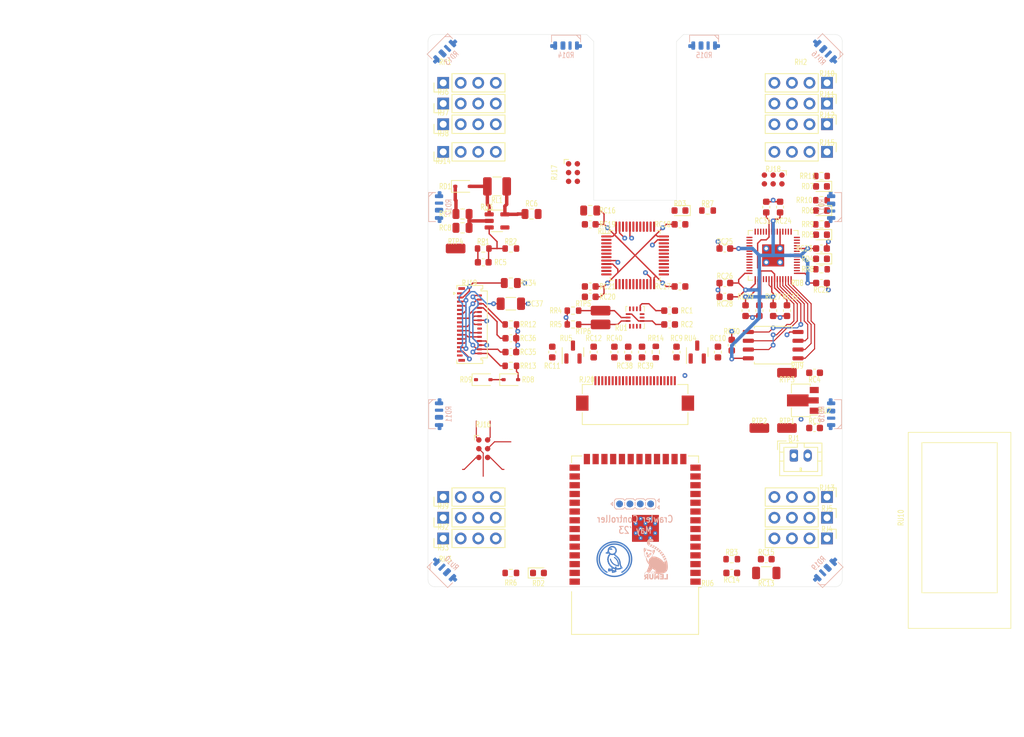
<source format=kicad_pcb>
(kicad_pcb (version 20221018) (generator pcbnew)
  (layers (0 "F.Cu" signal "Front") (31 "B.Cu" signal "Back") (34 "B.Paste" user) (35 "F.Paste" user) (36 "B.SilkS" user "B.Silkscreen") (37 "F.SilkS" user "F.Silkscreen") (38 "B.Mask" user) (39 "F.Mask" user) (44 "Edge.Cuts" user))
  (net 0 "")
  (net 1 "gnd")
  (net 2 "vbatt")
  (net 3 "i2c_chain_0.sda")
  (net 4 "v2v5")
  (net 5 "i2c_chain_0.scl")
  (net 6 "v1v2")
  (net 7 "v14")
  (net 8 "oled.device.vsl")
  (net 9 "oled.device.vp")
  (net 10 "cam.device.reset")
  (net 11 "mcu.program_en_node")
  (net 12 "v3v3")
  (net 13 "led.res.a")
  (net 14 "reg_14v.fb.output")
  (net 15 "oled.vsl_res.b")
  (net 16 "servos[1].fb")
  (net 17 "servos[2].fb")
  (net 18 "servos[3].fb")
  (net 19 "servos[4].fb")
  (net 20 "servos[4].pwm")
  (net 21 "servos[3].pwm")
  (net 22 "cam.dvp8.vsync")
  (net 23 "cam.dvp8.href")
  (net 24 "cam.dvp8.y7")
  (net 25 "cam.dvp8.xclk")
  (net 26 "cam.dvp8.y6")
  (net 27 "cam.dvp8.y5")
  (net 28 "cam.dvp8.pclk")
  (net 29 "cam.dvp8.y4")
  (net 30 "cam.dvp8.y0")
  (net 31 "mcu.program_boot_node")
  (net 32 "cam.dvp8.y3")
  (net 33 "cam.dvp8.y1")
  (net 34 "mcu.program_uart_node.b_tx")
  (net 35 "mcu.program_uart_node.a_tx")
  (net 36 "cam.dvp8.y2")
  (net 37 "servos[1].pwm")
  (net 38 "servos[2].pwm")
  (net 39 "led.signal")
  (net 40 "mcu_servo.reset_node")
  (net 41 "servos[0].pwm")
  (net 42 "imu.int1")
  (net 43 "imu.int2")
  (net 44 "servos[0].fb")
  (net 45 "reg_14v.inductor.b")
  (net 46 "rgbs.led[1].dout")
  (net 47 "rgbs.led[2].dout")
  (net 48 "rgbs.dout")
  (net 49 "rgbs.led[0].dout")
  (net 50 "rgbs.din")
  (net 51 "oled.iref_res.a")
  (net 52 "oled.reset")
  (net 53 "oled.device.vcomh")
  (net 54 "mcu_test.ic.qspi_cs")
  (net 55 "mcu_test.ic.qspi.miso")
  (net 56 "mcu_test.ic.qspi_sd2")
  (net 57 "mcu_test.ic.qspi.mosi")
  (net 58 "mcu_test.ic.qspi.sck")
  (net 59 "mcu_test.ic.qspi_sd3")
  (net 60 "mcu_servo.ic.osc.xtal_in")
  (net 61 "mcu_servo.ic.osc.xtal_out")
  (net 62 "servos[5].fb")
  (net 63 "servos[6].fb")
  (net 64 "servos[7].fb")
  (net 65 "servos[8].fb")
  (net 66 "servos[9].fb")
  (net 67 "servos[10].fb")
  (net 68 "servos[11].fb")
  (net 69 "servos_cam[0].fb")
  (net 70 "servos_cam[1].fb")
  (net 71 "servos[5].pwm")
  (net 72 "servos[6].pwm")
  (net 73 "servos[7].pwm")
  (net 74 "servos[8].pwm")
  (net 75 "servos[9].pwm")
  (net 76 "servos[10].pwm")
  (net 77 "servos[11].pwm")
  (net 78 "servos_cam[0].pwm")
  (net 79 "servos_cam[1].pwm")
  (net 80 "mcu_servo.swd_node.swdio")
  (net 81 "mcu_servo.swd_node.swclk")
  (net 82 "mcu_test.ic.xosc.xtal_in")
  (net 83 "mcu_test.ic.xosc.xtal_out")
  (net 84 "mcu_test.ic.vreg_vout")
  (net 85 "mcu_test.swd_node.swclk")
  (net 86 "mcu_test.swd_node.swdio")
  (net 87 "mcu_test.reset_node")
  (net 88 "oled.vsl_d1.cathode")
  (net 89 "cam.device.pins.1")
  (net 90 "cam.device.pins.2")
  (net 91 "mcu_test.swd.swo")
  (net 92 "mcu_servo.swd.swo")
  (net 93 "rgbs.led[3].dout")
  (net 94 "rgbs.led[4].dout")
  (net 95 "rgbs.led[5].dout")
  (net 96 "rgbs.led[6].dout")
  (net 97 "rgbs.led[7].dout")
  (net 98 "rgbs.led[8].dout")
  (net 99 "test_led.led[1].res.a")
  (net 100 "test_led.led[0].res.a")
  (net 101 "servo_led.res.a")
  (net 102 "test_led.led[3].res.a")
  (net 103 "test_led.led[2].res.a")
  (net 104 "servo_led.signal")
  (net 105 "mcu_test.gpio.led_0")
  (net 106 "mcu_test.gpio.led_1")
  (net 107 "mcu_test.gpio.led_2")
  (net 108 "mcu_test.gpio.led_3")
  (footprint "edg:TestPoint_TE_RCT_0805" (layer "F.Cu") (at 124 61)
    (fp_text reference "RTP4")
    (fp_text value "5015 (Keystone) - v14")
  )
  (footprint "Package_DFN_QFN:QFN-56-1EP_7x7mm_P0.4mm_EP3.2x3.2mm" (layer "F.Cu") (at 170 62 180)
    (fp_text reference "RU8")
    (fp_text value "RP2040 (Raspberry Pi)")
  )
  (footprint "Resistor_SMD:R_0603_1608Metric" (layer "F.Cu") (at 160.5 55.5)
    (fp_text reference "RR7")
    (fp_text value "")
  )
  (footprint "Capacitor_SMD:C_0603_1608Metric" (layer "F.Cu") (at 162 76 90)
    (fp_text reference "RC10")
    (fp_text value "")
  )
  (footprint "Capacitor_SMD:C_0603_1608Metric" (layer "F.Cu") (at 132 74)
    (fp_text reference "RC36")
    (fp_text value "")
  )
  (footprint "Connector_PinHeader_2.54mm:PinHeader_1x04_P2.54mm_Vertical" (layer "F.Cu") (at 122.2 40 90)
    (fp_text reference "RJ7")
    (fp_text value "PinHeader2.54 1x4 (Generic)")
  )
  (footprint "Connector_PinHeader_2.54mm:PinHeader_1x04_P2.54mm_Vertical" (layer "F.Cu") (at 177.8 43 -90)
    (fp_text reference "RJ12")
    (fp_text value "PinHeader2.54 1x4 (Generic)")
  )
  (footprint "Capacitor_SMD:C_0603_1608Metric" (layer "F.Cu") (at 171 55 90)
    (fp_text reference "RC24")
    (fp_text value "")
  )
  (footprint "Package_TO_SOT_SMD:SOT-23-5" (layer "F.Cu") (at 130 57)
    (fp_text reference "RU3")
    (fp_text value "TPS61040DBVR (Texas Instruments)")
  )
  (footprint "Connector_PinHeader_2.54mm:PinHeader_1x04_P2.54mm_Vertical" (layer "F.Cu") (at 177.8 47 -90)
    (fp_text reference "RJ15")
    (fp_text value "PinHeader2.54 1x4 (Generic)")
  )
  (footprint "Capacitor_SMD:C_0603_1608Metric" (layer "F.Cu") (at 169 55 90)
    (fp_text reference "RC31")
    (fp_text value "")
  )
  (footprint "Package_LGA:Bosch_LGA-14_3x2.5mm_P0.5mm" (layer "F.Cu") (at 150 71 90)
    (fp_text reference "RU1")
    (fp_text value "LSM6DS3TR-C (STMicroelectronics)")
  )
  (footprint "Capacitor_SMD:C_0603_1608Metric" (layer "F.Cu") (at 156.5 57.5)
    (fp_text reference "RC18")
    (fp_text value "")
  )
  (footprint "Connector_PinHeader_2.54mm:PinHeader_1x04_P2.54mm_Vertical" (layer "F.Cu") (at 177.8 100 -90)
    (fp_text reference "RJ5")
    (fp_text value "PinHeader2.54 1x4 (Generic)")
  )
  (footprint "Inductor_SMD:L_1210_3225Metric" (layer "F.Cu") (at 130 52 180)
    (fp_text reference "RL1")
    (fp_text value "")
  )
  (footprint "Capacitor_SMD:C_0603_1608Metric" (layer "F.Cu") (at 164 75 90)
    (fp_text reference "RC30")
    (fp_text value "")
  )
  (footprint "Capacitor_SMD:C_0603_1608Metric" (layer "F.Cu") (at 143.5 68 180)
    (fp_text reference "RC20")
    (fp_text value "")
  )
  (footprint "Capacitor_SMD:C_0603_1608Metric" (layer "F.Cu") (at 151 76 90)
    (fp_text reference "RC39")
    (fp_text value "")
  )
  (footprint "Capacitor_SMD:C_0603_1608Metric" (layer "F.Cu") (at 156 76 -90)
    (fp_text reference "RC9")
    (fp_text value "")
  )
  (footprint "Connector_PinHeader_2.54mm:PinHeader_1x04_P2.54mm_Vertical" (layer "F.Cu") (at 122.2 103 90)
    (fp_text reference "RJ3")
    (fp_text value "PinHeader2.54 1x4 (Generic)")
  )
  (footprint "Capacitor_SMD:C_0603_1608Metric" (layer "F.Cu") (at 138 76 -90)
    (fp_text reference "RC11")
    (fp_text value "")
  )
  (footprint "LED_SMD:LED_0603_1608Metric" (layer "F.Cu") (at 136 108)
    (fp_text reference "RD2")
    (fp_text value "")
  )
  (footprint "edg:TestPoint_TE_RCT_0805" (layer "F.Cu") (at 145 70)
    (fp_text reference "RTP5")
    (fp_text value "5015 (Keystone) - i2c_chain_0.scl")
  )
  (footprint "Capacitor_SMD:C_0603_1608Metric" (layer "F.Cu") (at 163 61 180)
    (fp_text reference "RC25")
    (fp_text value "")
  )
  (footprint "Capacitor_SMD:C_0603_1608Metric" (layer "F.Cu") (at 155 72)
    (fp_text reference "RC2")
    (fp_text value "")
  )
  (footprint "Diode_SMD:D_SOD-323" (layer "F.Cu") (at 125 52)
    (fp_text reference "RD1")
    (fp_text value "CUS10S30,H3F (TOSHIBA) - 30V 230mV@100mA 1A SOD-323 Schottky Barrier Diodes (SBD) ROHS")
  )
  (footprint "edg:JlcToolingHole_1.152mm" (layer "F.Cu") (at 176 34)
    (fp_text reference "RH2")
    (fp_text value "")
  )
  (footprint "Resistor_SMD:R_0603_1608Metric" (layer "F.Cu") (at 141 72)
    (fp_text reference "RR5")
    (fp_text value "")
  )
  (footprint "Connector_PinHeader_2.54mm:PinHeader_1x04_P2.54mm_Vertical" (layer "F.Cu") (at 177.8 40 -90)
    (fp_text reference "RJ11")
    (fp_text value "PinHeader2.54 1x4 (Generic)")
  )
  (footprint "LED_SMD:LED_0603_1608Metric" (layer "F.Cu") (at 177 59 180)
    (fp_text reference "RD5")
    (fp_text value "")
  )
  (footprint "Capacitor_SMD:C_0603_1608Metric" (layer "F.Cu") (at 177 66)
    (fp_text reference "RC22")
    (fp_text value "")
  )
  (footprint "Connector_PinHeader_2.54mm:PinHeader_1x04_P2.54mm_Vertical" (layer "F.Cu") (at 122.2 37 90)
    (fp_text reference "RJ6")
    (fp_text value "PinHeader2.54 1x4 (Generic)")
  )
  (footprint "Connector:Tag-Connect_TC2030-IDC-NL_2x03_P1.27mm_Vertical" (layer "F.Cu") (at 170 51 180)
    (fp_text reference "RJ18")
    (fp_text value "")
  )
  (footprint "Capacitor_SMD:C_0603_1608Metric" (layer "F.Cu") (at 163 66 180)
    (fp_text reference "RC26")
    (fp_text value "")
  )
  (footprint "Connector_PinHeader_2.54mm:PinHeader_1x04_P2.54mm_Vertical" (layer "F.Cu") (at 177.8 97 -90)
    (fp_text reference "RJ13")
    (fp_text value "PinHeader2.54 1x4 (Generic)")
  )
  (footprint "edg:TestPoint_TE_RCT_0805" (layer "F.Cu") (at 168 87)
    (fp_text reference "RTP2")
    (fp_text value "5015 (Keystone) - gnd")
  )
  (footprint "Package_QFP:LQFP-48_7x7mm_P0.5mm" (layer "F.Cu") (at 150 62)
    (fp_text reference "RU7")
    (fp_text value "STM32F103xxT6 (STMicroelectronics)")
  )
  (footprint "RF_Module:ESP32-S3-WROOM-1" (layer "F.Cu") (at 150 104 180)
    (fp_text reference "RU6")
    (fp_text value "ESP32-S3-WROOM-1-N16R8 (Espressif Systems)")
  )
  (footprint "Capacitor_SMD:C_0805_2012Metric" (layer "F.Cu") (at 125 56)
    (fp_text reference "RC7")
    (fp_text value "")
  )
  (footprint "edg:JlcToolingHole_1.152mm" (layer "F.Cu") (at 124 106)
    (fp_text reference "RH3")
    (fp_text value "")
  )
  (footprint "edg:JlcToolingHole_1.152mm" (layer "F.Cu") (at 124 34)
    (fp_text reference "RH1")
    (fp_text value "")
  )
  (footprint "Capacitor_SMD:C_0603_1608Metric" (layer "F.Cu") (at 143.5 57.5 180)
    (fp_text reference "RC19")
    (fp_text value "")
  )
  (footprint "Capacitor_SMD:C_0603_1608Metric" (layer "F.Cu") (at 176 87 180)
    (fp_text reference "RC3")
    (fp_text value "")
  )
  (footprint "Package_SO:SOIC-8_5.23x5.23mm_P1.27mm" (layer "F.Cu") (at 170 75 180)
    (fp_text reference "RU9")
    (fp_text value "W25Q128JVSIQ (Winbond Electronics)")
  )
  (footprint "Connector_PinHeader_2.54mm:PinHeader_1x04_P2.54mm_Vertical" (layer "F.Cu") (at 122.2 100 90)
    (fp_text reference "RJ2")
    (fp_text value "PinHeader2.54 1x4 (Generic)")
  )
  (footprint "Capacitor_SMD:C_0603_1608Metric" (layer "F.Cu") (at 147 76 90)
    (fp_text reference "RC40")
    (fp_text value "")
  )
  (footprint "Resistor_SMD:R_0603_1608Metric" (layer "F.Cu") (at 128 61)
    (fp_text reference "RR1")
    (fp_text value "")
  )
  (footprint "Connector_JST:JST_PH_B2B-PH-K_1x02_P2.00mm_Vertical" (layer "F.Cu") (at 173 91)
    (fp_text reference "RJ1")
    (fp_text value "B2B-PH-K (JST)")
  )
  (footprint "edg:Lcd_Er_Oled0.96_1c_Outline" (layer "F.Cu") (at 197 100 90)
    (fp_text reference "RU10")
    (fp_text value "ER-OLED0.96-1C (EastRising)")
  )
  (footprint "Capacitor_SMD:C_0603_1608Metric" (layer "F.Cu") (at 143.5 66.5 180)
    (fp_text reference "RC21")
    (fp_text value "")
  )
  (footprint "Resistor_SMD:R_0603_1608Metric" (layer "F.Cu") (at 177 54 180)
    (fp_text reference "RR10")
    (fp_text value "")
  )
  (footprint "Package_TO_SOT_SMD:SOT-89-3" (layer "F.Cu") (at 174 83 180)
    (fp_text reference "RU2")
    (fp_text value "AP7215-33YG-13 (Diodes Incorporated)")
  )
  (footprint "Capacitor_SMD:C_1206_3216Metric" (layer "F.Cu") (at 132 69)
    (fp_text reference "RC37")
    (fp_text value "")
  )
  (footprint "LED_SMD:LED_0603_1608Metric" (layer "F.Cu") (at 177 55.5 180)
    (fp_text reference "RD6")
    (fp_text value "")
  )
  (footprint "Connector_PinHeader_2.54mm:PinHeader_1x04_P2.54mm_Vertical" (layer "F.Cu") (at 177.8 103 -90)
    (fp_text reference "RJ4")
    (fp_text value "PinHeader2.54 1x4 (Generic)")
  )
  (footprint "Capacitor_SMD:C_0603_1608Metric" (layer "F.Cu") (at 132 76)
    (fp_text reference "RC35")
    (fp_text value "")
  )
  (footprint "Diode_SMD:D_SOD-323" (layer "F.Cu") (at 128 80)
    (fp_text reference "RD9")
    (fp_text value "1N5819WS (Guangdong Hottech) - 40V 600mV@1A 1A SOD-323 Schottky Barrier Diodes (SBD) ROHS")
  )
  (footprint "Capacitor_SMD:C_0603_1608Metric" (layer "F.Cu") (at 144 76 90)
    (fp_text reference "RC12")
    (fp_text value "")
  )
  (footprint "Connector_PinHeader_2.54mm:PinHeader_1x04_P2.54mm_Vertical" (layer "F.Cu") (at 122.2 43 90)
    (fp_text reference "RJ8")
    (fp_text value "PinHeader2.54 1x4 (Generic)")
  )
  (footprint "LED_SMD:LED_0603_1608Metric" (layer "F.Cu") (at 177 62.5 180)
    (fp_text reference "RD4")
    (fp_text value "")
  )
  (footprint "Connector_FFC-FPC:Hirose_FH12-24S-0.5SH_1x24-1MP_P0.50mm_Horizontal" (layer "F.Cu") (at 150 82)
    (fp_text reference "RJ20")
    (fp_text value "AFC01-S24FCA-00 (Jushuo)")
  )
  (footprint "Capacitor_SMD:C_0603_1608Metric" (layer "F.Cu") (at 155 70)
    (fp_text reference "RC1")
    (fp_text value "")
  )
  (footprint "Capacitor_SMD:C_0603_1608Metric" (layer "F.Cu") (at 172 70 -90)
    (fp_text reference "RC32")
    (fp_text value "")
  )
  (footprint "Capacitor_SMD:C_0603_1608Metric" (layer "F.Cu") (at 168 70 -90)
    (fp_text reference "RC33" hide)
    (fp_text value "")
  )
  (footprint "Capacitor_SMD:C_0603_1608Metric" (layer "F.Cu") (at 156.5 66.5)
    (fp_text reference "RC17")
    (fp_text value "")
  )
  (footprint "Capacitor_SMD:C_0603_1608Metric" (layer "F.Cu") (at 169 106)
    (fp_text reference "RC15")
    (fp_text value "")
  )
  (footprint "Resistor_SMD:R_0603_1608Metric" (layer "F.Cu") (at 153 76 -90)
    (fp_text reference "RR14")
    (fp_text value "")
  )
  (footprint "Capacitor_SMD:C_0805_2012Metric" (layer "F.Cu") (at 143.5 55.5 180)
    (fp_text reference "RC16")
    (fp_text value "")
  )
  (footprint "edg:TestPoint_TE_RCT_0805" (layer "F.Cu") (at 145 72)
    (fp_text reference "RTP6")
    (fp_text value "5015 (Keystone) - i2c_tp._io_sda_link")
  )
  (footprint "Package_TO_SOT_SMD:SOT-23" (layer "F.Cu") (at 141 76 90)
    (fp_text reference "RU5")
    (fp_text value "XC6206P122MR-G (Torex Semiconductor Ltd)")
  )
  (footprint "LED_SMD:LED_0603_1608Metric" (layer "F.Cu") (at 177 52 180)
    (fp_text reference "RD7")
    (fp_text value "")
  )
  (footprint "Capacitor_SMD:C_0603_1608Metric" (layer "F.Cu") (at 176 79)
    (fp_text reference "RC4")
    (fp_text value "")
  )
  (footprint "Capacitor_SMD:C_1206_3216Metric" (layer "F.Cu") (at 169 108)
    (fp_text reference "RC13")
    (fp_text value "")
  )
  (footprint "Resistor_SMD:R_0603_1608Metric" (layer "F.Cu") (at 132 61)
    (fp_text reference "RR2")
    (fp_text value "")
  )
  (footprint "edg:Hirose_FH35C-31S-0.3SHW_1x31-1MP_P0.30mm_Horizontal" (layer "F.Cu") (at 126 72)
    (fp_text reference "RJ19")
    (fp_text value "FH35C-31S-0.3SHW (Hirose)")
  )
  (footprint "Capacitor_SMD:C_0603_1608Metric" (layer "F.Cu") (at 128 63)
    (fp_text reference "RC5")
    (fp_text value "")
  )
  (footprint "edg:TestPoint_TE_RCT_0805" (layer "F.Cu") (at 172 87)
    (fp_text reference "RTP1")
    (fp_text value "5015 (Keystone) - vbatt")
  )
  (footprint "Capacitor_SMD:C_0805_2012Metric" (layer "F.Cu") (at 125 58)
    (fp_text reference "RC8")
    (fp_text value "")
  )
  (footprint "Connector:Tag-Connect_TC2030-IDC-FP_2x03_P1.27mm_Vertical" (layer "F.Cu") (at 128 90 -90)
    (fp_text reference "RJ16")
    (fp_text value "")
  )
  (footprint "Capacitor_SMD:C_0603_1608Metric" (layer "F.Cu") (at 163 68 180)
    (fp_text reference "RC28")
    (fp_text value "")
  )
  (footprint "Diode_SMD:D_SOD-323" (layer "F.Cu") (at 132 80)
    (fp_text reference "RD8")
    (fp_text value "1N5819WS (Guangdong Hottech) - 40V 600mV@1A 1A SOD-323 Schottky Barrier Diodes (SBD) ROHS")
  )
  (footprint "Resistor_SMD:R_0603_1608Metric" (layer "F.Cu") (at 132 78)
    (fp_text reference "RR13")
    (fp_text value "")
  )
  (footprint "Connector_PinHeader_2.54mm:PinHeader_1x04_P2.54mm_Vertical" (layer "F.Cu") (at 122.2 47 90)
    (fp_text reference "RJ14")
    (fp_text value "PinHeader2.54 1x4 (Generic)")
  )
  (footprint "Resistor_SMD:R_0603_1608Metric" (layer "F.Cu") (at 164 106 180)
    (fp_text reference "RR3")
    (fp_text value "")
  )
  (footprint "Connector_PinHeader_2.54mm:PinHeader_1x04_P2.54mm_Vertical" (layer "F.Cu") (at 122.2 97 90)
    (fp_text reference "RJ9")
    (fp_text value "PinHeader2.54 1x4 (Generic)")
  )
  (footprint "Capacitor_SMD:C_0805_2012Metric" (layer "F.Cu") (at 132 66)
    (fp_text reference "RC34")
    (fp_text value "")
  )
  (footprint "Resistor_SMD:R_0603_1608Metric" (layer "F.Cu") (at 177 50.5 180)
    (fp_text reference "RR11")
    (fp_text value "")
  )
  (footprint "edg:TestPoint_TE_RCT_0805" (layer "F.Cu") (at 172 79)
    (fp_text reference "RTP3")
    (fp_text value "5015 (Keystone) - v3v3")
  )
  (footprint "Capacitor_SMD:C_0805_2012Metric" (layer "F.Cu") (at 135 56)
    (fp_text reference "RC6")
    (fp_text value "")
  )
  (footprint "Connector:Tag-Connect_TC2030-IDC-NL_2x03_P1.27mm_Vertical" (layer "F.Cu") (at 141 50 -90)
    (fp_text reference "RJ17")
    (fp_text value "")
  )
  (footprint "Package_TO_SOT_SMD:SOT-23" (layer "F.Cu") (at 159 76 90)
    (fp_text reference "RU4")
    (fp_text value "XC6206P252MR (Torex Semiconductor Ltd)")
  )
  (footprint "Resistor_SMD:R_0603_1608Metric" (layer "F.Cu") (at 132 108 180)
    (fp_text reference "RR6")
    (fp_text value "")
  )
  (footprint "Capacitor_SMD:C_0603_1608Metric" (layer "F.Cu") (at 164 108)
    (fp_text reference "RC14")
    (fp_text value "")
  )
  (footprint "Resistor_SMD:R_0603_1608Metric" (layer "F.Cu") (at 141 70)
    (fp_text reference "RR4")
    (fp_text value "")
  )
  (footprint "Resistor_SMD:R_0603_1608Metric" (layer "F.Cu") (at 132 72)
    (fp_text reference "RR12")
    (fp_text value "")
  )
  (footprint "Capacitor_SMD:C_0603_1608Metric" (layer "F.Cu") (at 166 70 -90)
    (fp_text reference "RC29")
    (fp_text value "")
  )
  (footprint "Capacitor_SMD:C_0603_1608Metric" (layer "F.Cu") (at 177 61)
    (fp_text reference "RC23")
    (fp_text value "")
  )
  (footprint "Resistor_SMD:R_0603_1608Metric" (layer "F.Cu") (at 177 64 180)
    (fp_text reference "RR8")
    (fp_text value "")
  )
  (footprint "Capacitor_SMD:C_0603_1608Metric" (layer "F.Cu") (at 149 76 90)
    (fp_text reference "RC38")
    (fp_text value "")
  )
  (footprint "Capacitor_SMD:C_0603_1608Metric" (layer "F.Cu") (at 170 70 -90)
    (fp_text reference "RC27")
    (fp_text value "")
  )
  (footprint "LED_SMD:LED_0603_1608Metric" (layer "F.Cu") (at 156.5 55.5 180)
    (fp_text reference "RD3")
    (fp_text value "")
  )
  (footprint "Resistor_SMD:R_0603_1608Metric" (layer "F.Cu") (at 177 57.5 180)
    (fp_text reference "RR9")
    (fp_text value "")
  )
  (footprint "Connector_PinHeader_2.54mm:PinHeader_1x04_P2.54mm_Vertical" (layer "F.Cu") (at 177.8 37 -90)
    (fp_text reference "RJ10")
    (fp_text value "PinHeader2.54 1x4 (Generic)")
  )
  (footprint "edg:Indicator_IdDots_4" (layer "B.Cu") (at 150 98 180)
    (fp_text reference "UU6" hide)
    (fp_text value "IdDots4")
  )
  (footprint "edg:LED_SK6812-SIDE-A" (layer "B.Cu") (at 122 108 135)
    (fp_text reference "RD10")
    (fp_text value "SK6812 SIDE-A (Normand Electronic Co Ltd)")
  )
  (footprint "edg:LED_SK6812-SIDE-A" (layer "B.Cu") (at 121 85 90)
    (fp_text reference "RD11")
    (fp_text value "SK6812 SIDE-A (Normand Electronic Co Ltd)")
  )
  (footprint "edg:Symbol_Duckling" (layer "B.Cu") (at 147 106 180)
    (fp_text reference "UU4" hide)
    (fp_text value "Duck" hide)
  )
  (footprint "edg:LED_SK6812-SIDE-A" (layer "B.Cu") (at 179 55 -90)
    (fp_text reference "RD17")
    (fp_text value "SK6812 SIDE-A (Normand Electronic Co Ltd)")
  )
  (footprint "edg:LED_SK6812-SIDE-A" (layer "B.Cu") (at 121 55 90)
    (fp_text reference "RD12")
    (fp_text value "SK6812 SIDE-A (Normand Electronic Co Ltd)")
  )
  (footprint "edg:LED_SK6812-SIDE-A" (layer "B.Cu") (at 178 108 -135)
    (fp_text reference "RD19")
    (fp_text value "SK6812 SIDE-A (Normand Electronic Co Ltd)")
  )
  (footprint "edg:LED_SK6812-SIDE-A" (layer "B.Cu") (at 122 32 45)
    (fp_text reference "RD13")
    (fp_text value "SK6812 SIDE-A (Normand Electronic Co Ltd)")
  )
  (footprint "edg:LED_SK6812-SIDE-A" (layer "B.Cu") (at 140 31)
    (fp_text reference "RD14")
    (fp_text value "SK6812 SIDE-A (Normand Electronic Co Ltd)")
  )
  (footprint "edg:LED_SK6812-SIDE-A" (layer "B.Cu") (at 160 31)
    (fp_text reference "RD15")
    (fp_text value "SK6812 SIDE-A (Normand Electronic Co Ltd)")
  )
  (footprint "edg:LED_SK6812-SIDE-A" (layer "B.Cu") (at 178 32 -45)
    (fp_text reference "RD16")
    (fp_text value "SK6812 SIDE-A (Normand Electronic Co Ltd)")
  )
  (footprint "edg:LED_SK6812-SIDE-A" (layer "B.Cu") (at 179 85 -90)
    (fp_text reference "RD18")
    (fp_text value "SK6812 SIDE-A (Normand Electronic Co Ltd)")
  )
  (footprint "edg:Symbol_LemurSmall" (layer "B.Cu") (at 153 106 180)
    (fp_text reference "UU5" hide)
    (fp_text value "Lemur" hide)
  )
  (gr_line (start 156 31) (end 157 30) (stroke (width 0.0381)) (layer "Edge.Cuts"))
  (gr_arc (start 120 31) (mid 120.292893 30.292893) (end 121 30) (stroke (width 0.0381)) (layer "Edge.Cuts"))
  (gr_arc (start 180 109) (mid 179.707107 109.707107) (end 179 110) (stroke (width 0.0381)) (layer "Edge.Cuts"))
  (gr_line (start 120 31) (end 120 109) (stroke (width 0.0381)) (layer "Edge.Cuts"))
  (gr_line (start 143 30) (end 144 31) (stroke (width 0.0381)) (layer "Edge.Cuts"))
  (gr_line (start 157 30) (end 179 30) (stroke (width 0.0381)) (layer "Edge.Cuts"))
  (gr_line (start 144 31) (end 144 54) (stroke (width 0.0381)) (layer "Edge.Cuts"))
  (gr_line (start 121 110) (end 179 110) (stroke (width 0.0381)) (layer "Edge.Cuts"))
  (gr_line (start 156 54) (end 156 31) (stroke (width 0.0381)) (layer "Edge.Cuts"))
  (gr_arc (start 179 30) (mid 179.707107 30.292893) (end 180 31) (stroke (width 0.0381)) (layer "Edge.Cuts"))
  (gr_line (start 180 109) (end 180 31) (stroke (width 0.0381)) (layer "Edge.Cuts"))
  (gr_line (start 144 54) (end 156 54) (stroke (width 0.0381)) (layer "Edge.Cuts"))
  (gr_arc (start 121 110) (mid 120.292893 109.707107) (end 120 109) (stroke (width 0.0381)) (layer "Edge.Cuts"))
  (gr_line (start 121 30) (end 143 30) (stroke (width 0.0381)) (layer "Edge.Cuts"))
  (gr_text "Crawler Controller\nMay '23" (at 150 101) (layer "B.SilkS") (effects (font (size 1 0.8)) (justify mirror)))
  (segment (start 127.475 74.4) (end 126.9 74.4) (width 0.2) (layer "F.Cu") (net 1))
  (segment (start 172.405 73.095) (end 173.6 73.095) (width 0.2) (layer "F.Cu") (net 1))
  (segment (start 124.6 70.5) (end 125 70.5) (width 0.2) (layer "F.Cu") (net 1))
  (segment (start 164 74.225) (end 164 73) (width 0.2) (layer "F.Cu") (net 1))
  (segment (start 125.8 73.8) (end 125.5 73.5) (width 0.2) (layer "F.Cu") (net 1))
  (segment (start 149.25 59.25) (end 149.5 59.5) (width 0.2) (layer "F.Cu") (net 1))
  (segment (start 177.775 66.775) (end 178 67) (width 0.2) (layer "F.Cu") (net 1))
  (segment (start 171.225 70.775) (end 171 71) (width 0.2) (layer "F.Cu") (net 1))
  (segment (start 149.25 57.8375) (end 149.25 59.25) (width 0.2) (layer "F.Cu") (net 1))
  (segment (start 125.5 73.5) (end 124.6 73.5) (width 0.2) (layer "F.Cu") (net 1))
  (segment (start 126.5 74) (end 126.5 73.8) (width 0.2) (layer "F.Cu") (net 1))
  (segment (start 167.225 70.775) (end 167 71) (width 0.2) (layer "F.Cu") (net 1))
  (segment (start 125.95 55.5) (end 125.95 57) (width 0.5) (layer "F.Cu") (net 1))
  (segment (start 162.225 68) (end 162.225 67.225) (width 0.2) (layer "F.Cu") (net 1))
  (segment (start 177.775 66) (end 177.775 66.775) (width 0.2) (layer "F.Cu") (net 1))
  (segment (start 152.25 66.1625) (end 152.25 65.25) (width 0.2) (layer "F.Cu") (net 1))
  (segment (start 132.775 73.225) (end 133 73) (width 0.2) (layer "F.Cu") (net 1))
  (segment (start 124.6 69.3) (end 125.3 69.3) (width 0.2) (layer "F.Cu") (net 1))
  (segment (start 127.475 72) (end 126.75 72) (width 0.2) (layer "F.Cu") (net 1))
  (segment (start 125.5 69.5) (end 125.5 70) (width 0.2) (layer "F.Cu") (net 1))
  (segment (start 177.775 60.225) (end 178 60) (width 0.2) (layer "F.Cu") (net 1))
  (segment (start 125.5 74.5) (end 125.3 74.7) (width 0.2) (layer "F.Cu") (net 1))
  (segment (start 153.25 59.75) (end 152.5 60.5) (width 0.2) (layer "F.Cu") (net 1))
  (segment (start 172 70.775) (end 171.225 70.775) (width 0.2) (layer "F.Cu") (net 1))
  (segment (start 170.225 54.225) (end 170 54) (width 0.2) (layer "F.Cu") (net 1))
  (segment (start 125.5 73.5) (end 125.5 74) (width 0.2) (layer "F.Cu") (net 1))
  (segment (start 127.475 70.2) (end 126.8 70.2) (width 0.2) (layer "F.Cu") (net 1))
  (segment (start 126.5 71.5) (end 126.5 71.75) (width 0.2) (layer "F.Cu") (net 1))
  (segment (start 170 70.775) (end 170.775 70.775) (width 0.2) (layer "F.Cu") (net 1))
  (segment (start 132.825 72.825) (end 133 73) (width 0.2) (layer "F.Cu") (net 1))
  (segment (start 126.5 70.5) (end 126.5 71) (width 0.2) (layer "F.Cu") (net 1))
  (segment (start 132.775 74) (end 132.775 74.775) (width 0.2) (layer "F.Cu") (net 1))
  (segment (start 128.5 74.5) (end 128.5 75) (width 0.2) (layer "F.Cu") (net 1))
  (segment (start 133.475 69) (end 134.5 69) (width 0.2) (layer "F.Cu") (net 1))
  (segment (start 132.775 74.775) (end 133 75) (width 0.2) (layer "F.Cu") (net 1))
  (segment (start 128.4 74.4) (end 128.5 74.5) (width 0.2) (layer "F.Cu") (net 1))
  (segment (start 170 62) (end 171 63) (width 0.15) (layer "F.Cu") (net 1))
  (segment (start 128.4 71.4) (end 128.5 71.5) (width 0.2) (layer "F.Cu") (net 1))
  (segment (start 166.775 70.775) (end 167 71) (width 0.2) (layer "F.Cu") (net 1))
  (segment (start 152.25 65.25) (end 151.5 64.5) (width 0.2) (layer "F.Cu") (net 1))
  (segment (start 172 73.5) (end 172.405 73.095) (width 0.2) (layer "F.Cu") (net 1))
  (segment (start 132.825 72) (end 132.825 72.825) (width 0.2) (layer "F.Cu") (net 1))
  (segment (start 128.5 75) (end 127.475 75) (width 0.2) (layer "F.Cu") (net 1))
  (segment (start 170 62) (end 171 61) (width 0.15) (layer "F.Cu") (net 1))
  (segment (start 171 58.5625) (end 171 61) (width 0.2) (layer "F.Cu") (net 1))
  (segment (start 126.9 74.4) (end 126.5 74) (width 0.2) (layer "F.Cu") (net 1))
  (segment (start 126.6 71.4) (end 126.5 71.5) (width 0.2) (layer "F.Cu") (net 1))
  (segment (start 125.4 74.1) (end 125.5 74) (width 0.2) (layer "F.Cu") (net 1))
  (segment (start 132.775 74) (end 132.775 73.225) (width 0.2) (layer "F.Cu") (net 1))
  (segment (start 132.775 76) (end 132.775 75.225) (width 0.2) (layer "F.Cu") (net 1))
  (segment (start 162.225 60.225) (end 162 60) (width 0.2) (layer "F.Cu") (net 1))
  (segment (start 125.3 74.7) (end 124.6 74.7) (width 0.2) (layer "F.Cu") (net 1))
  (segment (start 147.75 58.75) (end 148.5 59.5) (width 0.2) (layer "F.Cu") (net 1))
  (segment (start 147.75 57.8375) (end 147.75 58.75) (width 0.2) (layer "F.Cu") (net 1))
  (segment (start 127.365 91.27) (end 126.976655 91.27) (width 0.16) (layer "F.Cu") (net 1))
  (segment (start 127.475 74.4) (end 128.4 74.4) (width 0.2) (layer "F.Cu") (net 1))
  (segment (start 170 62) (end 169 61) (width 0.15) (layer "F.Cu") (net 1))
  (segment (start 162.225 61) (end 162.225 60.225) (width 0.2) (layer "F.Cu") (net 1))
  (segment (start 125.3 69.3) (end 125.5 69.5) (width 0.2) (layer "F.Cu") (net 1))
  (segment (start 162.225 66.775) (end 162 67) (width 0.2) (layer "F.Cu") (net 1))
  (segment (start 162.225 67.225) (end 162 67) (width 0.2) (layer "F.Cu") (net 1))
  (segment (start 169.775 54.225) (end 170 54) (width 0.2) (layer "F.Cu") (net 1))
  (segment (start 154.1625 59.75) (end 153.25 59.75) (width 0.2) (layer "F.Cu") (net 1))
  (segment (start 171 54.225) (end 170.225 54.225) (width 0.2) (layer "F.Cu") (net 1))
  (segment (start 126.5 71) (end 126.5 71.5) (width 0.2) (layer "F.Cu") (net 1))
  (segment (start 170.775 70.775) (end 171 71) (width 0.2) (layer "F.Cu") (net 1))
  (segment (start 126.8 70.2) (end 126.5 70.5) (width 0.2) (layer "F.Cu") (net 1))
  (segment (start 127.475 71.4) (end 126.6 71.4) (width 0.2) (layer "F.Cu") (net 1))
  (segment (start 126.7 70.8) (end 126.5 71) (width 0.2) (layer "F.Cu") (net 1))
  (segment (start 168 70.775) (end 167.225 70.775) (width 0.2) (layer "F.Cu") (net 1))
  (segment (start 125.5 74) (end 125.5 74.5) (width 0.2) (layer "F.Cu") (net 1))
  (segment (start 126.5 73.8) (end 125.8 73.8) (width 0.2) (layer "F.Cu") (net 1))
  (segment (start 132.775 75.225) (end 133 75) (width 0.2) (layer "F.Cu") (net 1))
  (segment (start 127.475 71.4) (end 128.4 71.4) (width 0.2) (layer "F.Cu") (net 1))
  (segment (start 170 62) (end 169 63) (width 0.15) (layer "F.Cu") (net 1))
  (segment (start 169 54.225) (end 169.775 54.225) (width 0.2) (layer "F.Cu") (net 1))
  (segment (start 127.475 73.8) (end 126.5 73.8) (width 0.2) (layer "F.Cu") (net 1))
  (segment (start 125.95 57) (end 125.95 58.5) (width 0.5) (layer "F.Cu") (net 1))
  (segment (start 177.775 61) (end 177.775 60.225) (width 0.2) (layer "F.Cu") (net 1))
  (segment (start 126.75 72) (end 126.5 71.75) (width 0.2) (layer "F.Cu") (net 1))
  (segment (start 125 70.5) (end 125.5 70) (width 0.2) (layer "F.Cu") (net 1))
  (segment (start 145.8375 62.75) (end 147.25 62.75) (width 0.2) (layer "F.Cu") (net 1))
  (segment (start 147.25 62.75) (end 147.5 63) (width 0.2) (layer "F.Cu") (net 1))
  (segment (start 127.475 70.8) (end 126.7 70.8) (width 0.2) (layer "F.Cu") (net 1))
  (segment (start 166 70.775) (end 166.775 70.775) (width 0.2) (layer "F.Cu") (net 1))
  (segment (start 125.246655 93) (end 125 93) (width 0.16) (layer "F.Cu") (net 1))
  (segment (start 162.225 66) (end 162.225 66.775) (width 0.2) (layer "F.Cu") (net 1))
  (segment (start 128.8625 57) (end 125.95 57) (width 0.5) (layer "F.Cu") (net 1))
  (segment (start 132.95 66) (end 134 66) (width 0.2) (layer "F.Cu") (net 1))
  (segment (start 126.976655 91.27) (end 125.246655 93) (width 0.16) (layer "F.Cu") (net 1))
  (segment (start 124.6 74.1) (end 125.4 74.1) (width 0.2) (layer "F.Cu") (net 1))
  (via (at 172 73.5) (size 0.7) (drill 0.3) (layers "F.Cu" "B.Cu") (net 1))
  (via (at 148.5 59.5) (size 0.7) (drill 0.3) (layers "F.Cu" "B.Cu") (net 1))
  (via (at 128.5 71.5) (size 0.7) (drill 0.3) (layers "F.Cu" "B.Cu") (net 1))
  (via (at 174.0407 85.7306) (size 0.7) (drill 0.3) (layers "F.Cu" "B.Cu") (net 1))
  (via (at 171 63) (size 0.9) (drill 0.5) (layers "F.Cu" "B.Cu") (net 1))
  (via (at 128.5 75) (size 0.7) (drill 0.3) (layers "F.Cu" "B.Cu") (net 1))
  (via (at 133 73) (size 0.7) (drill 0.3) (layers "F.Cu" "B.Cu") (net 1))
  (via (at 178 60) (size 0.7) (drill 0.3) (layers "F.Cu" "B.Cu") (net 1))
  (via (at 170 54) (size 0.7) (drill 0.3) (layers "F.Cu" "B.Cu") (net 1))
  (via (at 162 60) (size 0.7) (drill 0.3) (layers "F.Cu" "B.Cu") (net 1))
  (via (at 134 66) (size 0.7) (drill 0.3) (layers "F.Cu" "B.Cu") (net 1))
  (via (at 178 67) (size 0.7) (drill 0.3) (layers "F.Cu" "B.Cu") (net 1))
  (via (at 167 71) (size 0.7) (drill 0.3) (layers "F.Cu" "B.Cu") (net 1))
  (via (at 134.5 69) (size 0.7) (drill 0.3) (layers "F.Cu" "B.Cu") (net 1))
  (via (at 171 71) (size 0.7) (drill 0.3) (layers "F.Cu" "B.Cu") (net 1))
  (via (at 151.5 64.5) (size 0.7) (drill 0.3) (layers "F.Cu" "B.Cu") (net 1))
  (via (at 149.5 59.5) (size 0.7) (drill 0.3) (layers "F.Cu" "B.Cu") (net 1))
  (via (at 133 75) (size 0.7) (drill 0.3) (layers "F.Cu" "B.Cu") (net 1))
  (via (at 169 63) (size 0.9) (drill 0.5) (layers "F.Cu" "B.Cu") (net 1))
  (via (at 147.5 63) (size 0.7) (drill 0.3) (layers "F.Cu" "B.Cu") (net 1))
  (via (at 169 61) (size 0.9) (drill 0.5) (layers "F.Cu" "B.Cu") (net 1))
  (via (at 152.5 60.5) (size 0.7) (drill 0.3) (layers "F.Cu" "B.Cu") (net 1))
  (via (at 164 73) (size 0.7) (drill 0.3) (layers "F.Cu" "B.Cu") (net 1))
  (via (at 171 61) (size 0.9) (drill 0.5) (layers "F.Cu" "B.Cu") (net 1))
  (via (at 157.2144 79.3964) (size 0.7) (drill 0.3) (layers "F.Cu" "B.Cu") (net 1))
  (via (at 162 67) (size 0.7) (drill 0.3) (layers "F.Cu" "B.Cu") (net 1))
  (segment (start 131.1375 54.8625) (end 131.4 54.6) (width 0.5) (layer "F.Cu") (net 2))
  (segment (start 132.95 56.05) (end 133 56) (width 0.5) (layer "F.Cu") (net 2))
  (segment (start 131.4 52) (end 131.4 54.6) (width 0.5) (layer "F.Cu") (net 2))
  (segment (start 133 56) (end 134.05 56) (width 0.5) (layer "F.Cu") (net 2))
  (segment (start 131.1375 56.05) (end 132.95 56.05) (width 0.5) (layer "F.Cu") (net 2))
  (segment (start 131.1375 56.05) (end 131.1375 54.8625) (width 0.5) (layer "F.Cu") (net 2))
  (segment (start 125.9 72.9) (end 124.6 72.9) (width 0.2) (layer "F.Cu") (net 3))
  (segment (start 148.9875 71.5) (end 148 71.5) (width 0.2) (layer "F.Cu") (net 3))
  (segment (start 141.825 72) (end 145 72) (width 0.2) (layer "F.Cu") (net 3))
  (segment (start 126.2 73.2) (end 125.9 72.9) (width 0.2) (layer "F.Cu") (net 3))
  (segment (start 148 71.5) (end 147.5 72) (width 0.2) (layer "F.Cu") (net 3))
  (segment (start 147.5 72) (end 145 72) (width 0.2) (layer "F.Cu") (net 3))
  (segment (start 127.475 73.2) (end 126.2 73.2) (width 0.2) (layer "F.Cu") (net 3))
  (segment (start 148 71) (end 148.9875 71) (width 0.2) (layer "F.Cu") (net 5))
  (segment (start 147 70) (end 148 71) (width 0.2) (layer "F.Cu") (net 5))
  (segment (start 141.825 70) (end 145 70) (width 0.2) (layer "F.Cu") (net 5))
  (segment (start 145 70) (end 147 70) (width 0.2) (layer "F.Cu") (net 5))
  (segment (start 125.25 68.5) (end 125.05 68.7) (width 0.2) (layer "F.Cu") (net 7))
  (segment (start 127.225 63) (end 127.225 61.05) (width 0.2) (layer "F.Cu") (net 7))
  (segment (start 125.25 75.5) (end 125.05 75.3) (width 0.2) (layer "F.Cu") (net 7))
  (segment (start 124.05 54.05) (end 124.05 56) (width 0.5) (layer "F.Cu") (net 7))
  (segment (start 123.95 52) (end 123.95 53.95) (width 0.5) (layer "F.Cu") (net 7))
  (segment (start 125.05 75.3) (end 124.6 75.3) (width 0.2) (layer "F.Cu") (net 7))
  (segment (start 123.95 53.95) (end 124.05 54.05) (width 0.5) (layer "F.Cu") (net 7))
  (segment (start 127.225 61.05) (end 127.175 61) (width 0.2) (layer "F.Cu") (net 7))
  (segment (start 125.5 75.5) (end 125.25 75.5) (width 0.2) (layer "F.Cu") (net 7))
  (segment (start 130.525 69) (end 129.5 69) (width 0.2) (layer "F.Cu") (net 7))
  (segment (start 125.05 68.7) (end 124.6 68.7) (width 0.2) (layer "F.Cu") (net 7))
  (segment (start 125.5 68.5) (end 125.25 68.5) (width 0.2) (layer "F.Cu") (net 7))
  (via (at 125.5 68.5) (size 0.7) (drill 0.3) (layers "F.Cu" "B.Cu") (net 7))
  (via (at 129.5 69) (size 0.7) (drill 0.3) (layers "F.Cu" "B.Cu") (net 7))
  (via (at 125.5 75.5) (size 0.7) (drill 0.3) (layers "F.Cu" "B.Cu") (net 7))
  (segment (start 125.5 68.5) (end 125.5 68) (width 0.2) (layer "B.Cu") (net 7))
  (segment (start 125.5 75.5) (end 125.5 68.5) (width 0.2) (layer "B.Cu") (net 7))
  (segment (start 128.5 69) (end 129.5 69) (width 0.2) (layer "B.Cu") (net 7))
  (segment (start 126.75 67.25) (end 128.5 69) (width 0.2) (layer "B.Cu") (net 7))
  (segment (start 125.5 68) (end 126.25 67.25) (width 0.2) (layer "B.Cu") (net 7))
  (segment (start 126.25 67.25) (end 126.75 67.25) (width 0.2) (layer "B.Cu") (net 7))
  (segment (start 131.175 78) (end 130.5 78) (width 0.2) (layer "F.Cu") (net 8))
  (segment (start 128.7 76.2) (end 127.475 76.2) (width 0.2) (layer "F.Cu") (net 8))
  (segment (start 130.5 78) (end 128.7 76.2) (width 0.2) (layer "F.Cu") (net 8))
  (segment (start 126.5 76) (end 126.7 76.2) (width 0.2) (layer "F.Cu") (net 8))
  (segment (start 126.5 68) (end 126.7 67.8) (width 0.2) (layer "F.Cu") (net 8))
  (segment (start 126.7 76.2) (end 127.475 76.2) (width 0.2) (layer "F.Cu") (net 8))
  (segment (start 126.7 67.8) (end 127.475 67.8) (width 0.2) (layer "F.Cu") (net 8))
  (via (at 126.5 68) (size 0.7) (drill 0.3) (layers "F.Cu" "B.Cu") (net 8))
  (via (at 126.5 76) (size 0.7) (drill 0.3) (layers "F.Cu" "B.Cu") (net 8))
  (segment (start 126.5 68) (end 127.25 68.75) (width 0.2) (layer "B.Cu") (net 8))
  (segment (start 127.25 69.25) (end 127.25 68.75) (width 0.2) (layer "B.Cu") (net 8))
  (segment (start 127.25 75.25) (end 127.25 74.75) (width 0.2) (layer "B.Cu") (net 8))
  (segment (start 127.25 69.25) (end 126.5 70) (width 0.2) (layer "B.Cu") (net 8))
  (segment (start 126.5 70) (end 126.5 74) (width 0.2) (layer "B.Cu") (net 8))
  (segment (start 127.25 75.25) (end 126.5 76) (width 0.2) (layer "B.Cu") (net 8))
  (segment (start 126.5 74) (end 127.25 74.75) (width 0.2) (layer "B.Cu") (net 8))
  (segment (start 127.475 75.6) (end 130.1 75.6) (width 0.2) (layer "F.Cu") (net 9))
  (segment (start 130.5 76) (end 131.225 76) (width 0.2) (layer "F.Cu") (net 9))
  (segment (start 127.1 75.6) (end 127.475 75.6) (width 0.2) (layer "F.Cu") (net 9))
  (segment (start 126.5 69) (end 127.1 68.4) (width 0.2) (layer "F.Cu") (net 9))
  (segment (start 130.1 75.6) (end 130.5 76) (width 0.2) (layer "F.Cu") (net 9))
  (segment (start 127.1 68.4) (end 127.475 68.4) (width 0.2) (layer "F.Cu") (net 9))
  (segment (start 126.5 75) (end 127.1 75.6) (width 0.2) (layer "F.Cu") (net 9))
  (via (at 126.5 75) (size 0.7) (drill 0.3) (layers "F.Cu" "B.Cu") (net 9))
  (via (at 126.5 69) (size 0.7) (drill 0.3) (layers "F.Cu" "B.Cu") (net 9))
  (segment (start 126 74.5) (end 126 69.5) (width 0.2) (layer "B.Cu") (net 9))
  (segment (start 126 69.5) (end 126.5 69) (width 0.2) (layer "B.Cu") (net 9))
  (segment (start 126.5 75) (end 126 74.5) (width 0.2) (layer "B.Cu") (net 9))
  (segment (start 130.753345 93) (end 131 93) (width 0.16) (layer "F.Cu") (net 11))
  (segment (start 128.635 91.27) (end 129.023345 91.27) (width 0.16) (layer "F.Cu") (net 11))
  (segment (start 129.023345 91.27) (end 130.753345 93) (width 0.16) (layer "F.Cu") (net 11))
  (segment (start 130.5 74) (end 130 73.5) (width 0.2) (layer "F.Cu") (net 12))
  (segment (start 145 55.5) (end 144.45 55.5) (width 0.2) (layer "F.Cu") (net 12))
  (segment (start 126 72) (end 125.7 72.3) (width 0.2) (layer "F.Cu") (net 12))
  (segment (start 149.5 70.5) (end 150.5 71.5) (width 0.2) (layer "F.Cu") (net 12))
  (segment (start 150.75 69.7375) (end 150.75 69.25) (width 0.2) (layer "F.Cu") (net 12))
  (segment (start 140.175 72) (end 140.175 71.175) (width 0.2) (layer "F.Cu") (net 12))
  (segment (start 125.9 71.1) (end 126 71) (width 0.2) (layer "F.Cu") (net 12))
  (segment (start 154.1625 59.25) (end 153.25 59.25) (width 0.2) (layer "F.Cu") (net 12))
  (segment (start 148 60) (end 147 59) (width 0.2) (layer "F.Cu") (net 12))
  (segment (start 171 56.5) (end 170.75 56.75) (width 0.2) (layer "F.Cu") (net 12))
  (segment (start 164.095 76.905) (end 164 77) (width 0.2) (layer "F.Cu") (net 12))
  (segment (start 170 67.5) (end 170 69.225) (width 0.2) (layer "F.Cu") (net 12))
  (segment (start 140.175 71.175) (end 140 71) (width 0.2) (layer "F.Cu") (net 12))
  (segment (start 130 73.5) (end 130 71.6) (width 0.2) (layer "F.Cu") (net 12))
  (segment (start 169.4 65.4375) (end 169.4 66.3) (width 0.15) (layer "F.Cu") (net 12))
  (segment (start 152.75 66.1625) (end 152.75 65.25) (width 0.2) (layer "F.Cu") (net 12))
  (segment (start 145.5 57.5) (end 144.275 57.5) (width 0.2) (layer "F.Cu") (net 12))
  (segment (start 175 65) (end 175 65.5) (width 0.2) (layer "F.Cu") (net 12))
  (segment (start 125.7 72.3) (end 124.6 72.3) (width 0.2) (layer "F.Cu") (net 12))
  (segment (start 170.75 56.75) (end 170 56.75) (width 0.2) (layer "F.Cu") (net 12))
  (segment (start 146 58) (end 145.5 57.5) (width 0.2) (layer "F.Cu") (net 12))
  (segment (start 140.175 70) (end 140.175 70.825) (width 0.2) (layer "F.Cu") (net 12))
  (segment (start 145.5 56) (end 145 55.5) (width 0.2) (layer "F.Cu") (net 12))
  (segment (start 145 68) (end 145.5 67.5) (width 0.2) (layer "F.Cu") (net 12))
  (segment (start 175 66) (end 176.225 66) (width 0.2) (layer "F.Cu") (net 12))
  (segment (start 167.4 66.1) (end 167.4 65.4375) (width 0.2) (layer "F.Cu") (net 12))
  (segment (start 165 66) (end 166 67) (width 0.2) (layer "F.Cu") (net 12))
  (segment (start 152.5 64.5) (end 154.5 66.5) (width 0.2) (layer "F.Cu") (net 12))
  (segment (start 153 72) (end 154.225 72) (width 0.2) (layer "F.Cu") (net 12))
  (segment (start 145.5 67.5) (end 145.5 66.5) (width 0.2) (layer "F.Cu") (net 12))
  (segment (start 140.175 70.825) (end 140 71) (width 0.2) (layer "F.Cu") (net 12))
  (segment (start 145.8375 59.25) (end 146.75 59.25) (width 0.2) (layer "F.Cu") (net 12))
  (segment (start 164 75.775) (end 164 77) (width 0.2) (layer "F.Cu") (net 12))
  (segment (start 166.5625 61) (end 167 61) (width 0.2) (layer "F.Cu") (net 12))
  (segment (start 147 59) (end 147.25 58.75) (width 0.2) (layer "F.Cu") (net 12))
  (segment (start 151 69) (end 152 69) (width 0.2) (layer "F.Cu") (net 12))
  (segment (start 165 66) (end 165 65.5) (width 0.2) (layer "F.Cu") (net 12))
  (segment (start 165.9 64.6) (end 166.5625 64.6) (width 0.2) (layer "F.Cu") (net 12))
  (segment (start 167.8 65.4375) (end 167.8 66.7) (width 0.2) (layer "F.Cu") (net 12))
  (segment (start 150.75 69.25) (end 151 69) (width 0.2) (layer "F.Cu") (net 12))
  (segment (start 167.8 66.7) (end 166.75 67.75) (width 0.2) (layer "F.Cu") (net 12))
  (segment (start 147.5 64) (end 147.5 64.5) (width 0.2) (layer "F.Cu") (net 12))
  (segment (start 146.75 59.25) (end 147 59) (width 0.2) (layer "F.Cu") (net 12))
  (segment (start 174.6 64.6) (end 175 65) (width 0.2) (layer "F.Cu") (net 12))
  (segment (start 145.5 57.5) (end 145.5 56) (width 0.2) (layer "F.Cu") (net 12))
  (segment (start 153 59) (end 147.5 64.5) (width 0.2) (layer "F.Cu") (net 12))
  (segment (start 150.5 71.5) (end 151.0125 71.5) (width 0.2) (layer "F.Cu") (net 12))
  (segment (start 169.8 65.4375) (end 169.8 66.7) (width 0.2) (layer "F.Cu") (net 12))
  (segment (start 166 67) (end 166.5 67) (width 0.2) (layer "F.Cu") (net 12))
  (segment (start 170 56.75) (end 169.8 56.95) (width 0.2) (layer "F.Cu") (net 12))
  (segment (start 175 66) (end 175 65.5) (width 0.2) (layer "F.Cu") (net 12))
  (segment (start 173.4375 61) (end 176.225 61) (width 0.2) (layer "F.Cu") (net 12))
  (segment (start 126.9 69.6) (end 126 70.5) (width 0.2) (layer "F.Cu") (net 12))
  (segment (start 169.8 56.95) (end 169.8 58.5625) (width 0.2) (layer "F.Cu") (net 12))
  (segment (start 131.225 74) (end 130.5 74) (width 0.2) (layer "F.Cu") (net 12))
  (segment (start 166 68) (end 166.5 68) (width 0.2) (layer "F.Cu") (net 12))
  (segment (start 153 70) (end 154.225 70) (width 0.2) (layer "F.Cu") (net 12))
  (segment (start 145.5 66.5) (end 144.275 66.5) (width 0.2) (layer "F.Cu") (net 12))
  (segment (start 147.5 64.5) (end 145.5 66.5) (width 0.2) (layer "F.Cu") (net 12))
  (segment (start 169.4 66.3) (end 169.8 66.7) (width 0.15) (layer "F.Cu") (net 12))
  (segment (start 166.5 68) (end 166.75 67.75) (width 0.2) (layer "F.Cu") (net 12))
  (segment (start 130 71.6) (end 128 69.6) (width 0.2) (layer "F.Cu") (net 12))
  (segment (start 163.775 68) (end 165 68) (width 0.2) (layer "F.Cu") (net 12))
  (segment (start 146 58) (end 148 60) (width 0.2) (layer "F.Cu") (net 12))
  (segment (start 166 69.225) (end 166 68) (width 0.2) (layer "F.Cu") (net 12))
  (segment (start 128 69.6) (end 127.475 69.6) (width 0.2) (layer "F.Cu") (net 12))
  (segment (start 165 65.5) (end 165.9 64.6) (width 0.2) (layer "F.Cu") (net 12))
  (segment (start 169.8 66.7) (end 169.8 67.3) (width 0.2) (layer "F.Cu") (net 12))
  (segment (start 145.8375 63.25) (end 146.75 63.25) (width 0.2) (layer "F.Cu") (net 12))
  (segment (start 146.75 63.25) (end 147.5 64) (width 0.2) (layer "F.Cu") (net 12))
  (segment (start 166.4 76.905) (end 164.095 76.905) (width 0.2) (layer "F.Cu") (net 12))
  (segment (start 152.5 59.5) (end 154.5 57.5) (width 0.2) (layer "F.Cu") (net 12))
  (segment (start 124.6 71.1) (end 125.9 71.1) (width 0.2) (layer "F.Cu") (net 12))
  (segment (start 148.9875 70.5) (end 149.5 70.5) (width 0.2) (layer "F.Cu") (net 12))
  (segment (start 173.4375 64.6) (end 174.6 64.6) (width 0.2) (layer "F.Cu") (net 12))
  (segment (start 153 65) (end 148 60) (width 0.2) (layer "F.Cu") (net 12))
  (segment (start 144.275 68) (end 145 68) (width 0.2) (layer "F.Cu") (net 12))
  (segment (start 167 61) (end 163.775 61) (width 0.2) (layer "F.Cu") (net 12))
  (segment (start 152.75 65.25) (end 153 65) (width 0.2) (layer "F.Cu") (net 12))
  (segment (start 169.8 67.3) (end 170 67.5) (width 0.2) (layer "F.Cu") (net 12))
  (segment (start 152 69) (end 153 70) (width 0.2) (layer "F.Cu") (net 12))
  (segment (start 163.775 66) (end 165 66) (width 0.2) (layer "F.Cu") (net 12))
  (segment (start 171 55.775) (end 171 56.5) (width 0.2) (layer "F.Cu") (net 12))
  (segment (start 152.5 71.5) (end 153 72) (width 0.2) (layer "F.Cu") (net 12))
  (segment (start 126 70.5) (end 126 71) (width 0.2) (layer "F.Cu") (net 12))
  (segment (start 166 67) (end 165 68) (width 0.2) (layer "F.Cu") (net 12))
  (segment (start 153.25 59.25) (end 153 59) (width 0.2) (layer "F.Cu") (net 12))
  (segment (start 151.0125 71.5) (end 152.5 71.5) (width 0.2) (layer "F.Cu") (net 12))
  (segment (start 147.25 58.75) (end 147.25 57.8375) (width 0.2) (layer "F.Cu") (net 12))
  (segment (start 127.365 88.73) (end 127 88.365) (width 0.16) (layer "F.Cu") (net 12))
  (segment (start 166.5 67) (end 167.4 66.1) (width 0.2) (layer "F.Cu") (net 12))
  (segment (start 154.5 66.5) (end 155.725 66.5) (width 0.2) (layer "F.Cu") (net 12))
  (segment (start 127 88.365) (end 127 86) (width 0.16) (layer "F.Cu") (net 12))
  (segment (start 154.5 57.5) (end 155.725 57.5) (width 0.2) (layer "F.Cu") (net 12))
  (segment (start 127.475 69.6) (end 126.9 69.6) (width 0.2) (layer "F.Cu") (net 12))
  (segment (start 126 71) (end 126 72) (width 0.2) (layer "F.Cu") (net 12))
  (via (at 154 66) (size 0.7) (drill 0.3) (layers "F.Cu" "B.Cu") (net 12))
  (via (at 164 77) (size 0.7) (drill 0.3) (layers "F.Cu" "B.Cu") (net 12))
  (via (at 146 58) (size 0.7) (drill 0.3) (layers "F.Cu" "B.Cu") (net 12))
  (via (at 175 66) (size 0.7) (drill 0.3) (layers "F.Cu" "B.Cu") (net 12))
  (via (at 166 67) (size 0.7) (drill 0.3) (layers "F.Cu" "B.Cu") (net 12))
  (via (at 140 71) (size 0.7) (drill 0.3) (layers "F.Cu" "B.Cu") (net 12))
  (via (at 146 66) (size 0.7) (drill 0.3) (layers "F.Cu" "B.Cu") (net 12))
  (via (at 170 57) (size 0.7) (drill 0.3) (layers "F.Cu" "B.Cu") (net 12))
  (via (at 165 61) (size 0.7) (drill 0.3) (layers "F.Cu" "B.Cu") (net 12))
  (via (at 166 68) (size 0.7) (drill 0.3) (layers "F.Cu" "B.Cu") (net 12))
  (via (at 154 58) (size 0.7) (drill 0.3) (layers "F.Cu" "B.Cu") (net 12))
  (via (at 170 68) (size 0.7) (drill 0.3) (layers "F.Cu" "B.Cu") (net 12))
  (via (at 175 61) (size 0.7) (drill 0.3) (layers "F.Cu" "B.Cu") (net 12))
  (segment (start 175 63) (end 175 66) (width 0.5) (layer "B.Cu") (net 12))
  (segment (start 167 61) (end 165 61) (width 0.5) (layer "B.Cu") (net 12))
  (segment (start 174 62) (end 175 61) (width 0.5) (layer "B.Cu") (net 12))
  (segment (start 173 62) (end 174 62) (width 0.5) (layer "B.Cu") (net 12))
  (segment (start 168 68) (end 166 68) (width 0.5) (layer "B.Cu") (net 12))
  (segment (start 172.5 62) (end 170 62) (width 0.5) (layer "B.Cu") (net 12))
  (segment (start 174 62) (end 175 63) (width 0.5) (layer "B.Cu") (net 12))
  (segment (start 168 71.060661) (end 164 75.060661) (width 0.5) (layer "B.Cu") (net 12))
  (segment (start 168 67) (end 168 68) (width 0.5) (layer "B.Cu") (net 12))
  (segment (start 164 75.060661) (end 164 77) (width 0.5) (layer "B.Cu") (net 12))
  (segment (start 168 62) (end 168 64) (width 0.5) (layer "B.Cu") (net 12))
  (segment (start 170 62) (end 168 62) (width 0.5) (layer "B.Cu") (net 12))
  (segment (start 168 64) (end 168 67) (width 0.5) (layer "B.Cu") (net 12))
  (segment (start 168 62) (end 167 61) (width 0.5) (layer "B.Cu") (net 12))
  (segment (start 172.5 62) (end 173 62) (width 0.5) (layer "B.Cu") (net 12))
  (segment (start 168 68) (end 168 71.060661) (width 0.5) (layer "B.Cu") (net 12))
  (segment (start 168 67) (end 166 67) (width 0.5) (layer "B.Cu") (net 12))
  (segment (start 170 62) (end 170 57) (width 0.5) (layer "B.Cu") (net 12))
  (segment (start 168 68) (end 170 68) (width 0.5) (layer "B.Cu") (net 12))
  (segment (start 130 61) (end 131.175 61) (width 0.2) (layer "F.Cu") (net 14))
  (segment (start 128.8625 58.8625) (end 130 60) (width 0.2) (layer "F.Cu") (net 14))
  (segment (start 128.8625 58) (end 128.8625 58.8625) (width 0.2) (layer "F.Cu") (net 14))
  (segment (start 130 60) (end 130 61) (width 0.2) (layer "F.Cu") (net 14))
  (segment (start 128.775 61.05) (end 128.825 61) (width 0.2) (layer "F.Cu") (net 14))
  (segment (start 128.825 61) (end 130 61) (width 0.2) (layer "F.Cu") (net 14))
  (segment (start 128.775 63) (end 128.775 61.05) (width 0.2) (layer "F.Cu") (net 14))
  (segment (start 132.825 78.825) (end 133.05 79.05) (width 0.2) (layer "F.Cu") (net 15))
  (segment (start 132.825 78) (end 132.825 78.825) (width 0.2) (layer "F.Cu") (net 15))
  (segment (start 133.05 79.05) (end 133.05 80) (width 0.2) (layer "F.Cu") (net 15))
  (segment (start 128.635 88.73) (end 129 88.365) (width 0.16) (layer "F.Cu") (net 31))
  (segment (start 129 88.365) (end 129 86) (width 0.16) (layer "F.Cu") (net 31))
  (segment (start 129.635 89) (end 132 89) (width 0.16) (layer "F.Cu") (net 34))
  (segment (start 128.635 90) (end 129.635 89) (width 0.16) (layer "F.Cu") (net 34))
  (segment (start 127.365 90) (end 128 90.635) (width 0.15) (layer "F.Cu") (net 35))
  (segment (start 128 90.635) (end 128 94) (width 0.15) (layer "F.Cu") (net 35))
  (segment (start 128.6 52) (end 128.6 54.6) (width 0.5) (layer "F.Cu") (net 45))
  (segment (start 126.05 52) (end 128.6 52) (width 0.5) (layer "F.Cu") (net 45))
  (segment (start 128.8625 56.05) (end 128.8625 54.8625) (width 0.5) (layer "F.Cu") (net 45))
  (segment (start 128.8625 54.8625) (end 128.6 54.6) (width 0.5) (layer "F.Cu") (net 45))
  (segment (start 128 69) (end 127.475 69) (width 0.2) (layer "F.Cu") (net 51))
  (segment (start 131.175 72) (end 131 72) (width 0.2) (layer "F.Cu") (net 51))
  (segment (start 131 72) (end 128 69) (width 0.2) (layer "F.Cu") (net 51))
  (segment (start 126 66.5) (end 126.5 66) (width 0.2) (layer "F.Cu") (net 53))
  (segment (start 126 66.5) (end 126 67.15) (width 0.2) (layer "F.Cu") (net 53))
  (segment (start 125.05 68.1) (end 124.6 68.1) (width 0.2) (layer "F.Cu") (net 53))
  (segment (start 126 67.15) (end 125.05 68.1) (width 0.2) (layer "F.Cu") (net 53))
  (segment (start 124.6 75.9) (end 125.05 75.9) (width 0.2) (layer "F.Cu") (net 53))
  (segment (start 126.5 66) (end 131.05 66) (width 0.2) (layer "F.Cu") (net 53))
  (segment (start 126 76.85) (end 126 77) (width 0.2) (layer "F.Cu") (net 53))
  (segment (start 125.05 75.9) (end 126 76.85) (width 0.2) (layer "F.Cu") (net 53))
  (via (at 126 66.5) (size 0.7) (drill 0.3) (layers "F.Cu" "B.Cu") (net 53))
  (via (at 126 77) (size 0.7) (drill 0.3) (layers "F.Cu" "B.Cu") (net 53))
  (segment (start 125 75) (end 125 69) (width 0.2) (layer "B.Cu") (net 53))
  (segment (start 124.75 75.75) (end 124.75 75.25) (width 0.2) (layer "B.Cu") (net 53))
  (segment (start 125 69) (end 124.5 68.5) (width 0.2) (layer "B.Cu") (net 53))
  (segment (start 124.5 68.5) (end 124.5 68) (width 0.2) (layer "B.Cu") (net 53))
  (segment (start 124.75 75.25) (end 125 75) (width 0.2) (layer "B.Cu") (net 53))
  (segment (start 126 77) (end 124.75 75.75) (width 0.2) (layer "B.Cu") (net 53))
  (segment (start 124.5 68) (end 126 66.5) (width 0.2) (layer "B.Cu") (net 53))
  (segment (start 175.5 71.5) (end 176 72) (width 0.16) (layer "F.Cu") (net 54))
  (segment (start 175.5 69) (end 175.5 71.5) (width 0.16) (layer "F.Cu") (net 54))
  (segment (start 172.6 65.4375) (end 172.6 66.1) (width 0.16) (layer "F.Cu") (net 54))
  (segment (start 176 75.536201) (end 174.631201 76.905) (width 0.16) (layer "F.Cu") (net 54))
  (segment (start 174.631201 76.905) (end 173.667401 76.905) (width 0.16) (layer "F.Cu") (net 54))
  (segment (start 176 72) (end 176 75.536201) (width 0.16) (layer "F.Cu") (net 54))
  (segment (start 172.6 66.1) (end 175.5 69) (width 0.16) (layer "F.Cu") (net 54))
  (segment (start 174.615 75.635) (end 173.865 75.635) (width 0.16) (layer "F.Cu") (net 55))
  (segment (start 175 69) (end 175 71.5) (width 0.16) (layer "F.Cu") (net 55))
  (segment (start 175.5 72) (end 175.5 74.75) (width 0.16) (layer "F.Cu") (net 55))
  (segment (start 172.2 66.2) (end 175 69) (width 0.16) (layer "F.Cu") (net 55))
  (segment (start 175.5 74.75) (end 174.615 75.635) (width 0.16) (layer "F.Cu") (net 55))
  (segment (start 172.2 65.4375) (end 172.2 66.2) (width 0.16) (layer "F.Cu") (net 55))
  (segment (start 175 71.5) (end 175.5 72) (width 0.16) (layer "F.Cu") (net 55))
  (segment (start 174.5 71.5) (end 175 72) (width 0.16) (layer "F.Cu") (net 56))
  (segment (start 171.8 65.4375) (end 171.8 66.3) (width 0.16) (layer "F.Cu") (net 56))
  (segment (start 175 74) (end 174.635 74.365) (width 0.16) (layer "F.Cu") (net 56))
  (segment (start 174.5 69) (end 174.5 71.5) (width 0.16) (layer "F.Cu") (net 56))
  (segment (start 175 72) (end 175 74) (width 0.16) (layer "F.Cu") (net 56))
  (segment (start 174.635 74.365) (end 173.6 74.365) (width 0.16) (layer "F.Cu") (net 56))
  (segment (start 171.8 66.3) (end 174.5 69) (width 0.16) (layer "F.Cu") (net 56))
  (segment (start 169.405 73.095) (end 166.4 73.095) (width 0.16) (layer "F.Cu") (net 57))
  (segment (start 174 72) (end 174 69) (width 0.16) (layer "F.Cu") (net 57))
  (segment (start 171.4 66.4) (end 171.4 65.4375) (width 0.16) (layer "F.Cu") (net 57))
  (segment (start 174 69) (end 171.4 66.4) (width 0.16) (layer "F.Cu") (net 57))
  (segment (start 170 72.5) (end 169.405 73.095) (width 0.16) (layer "F.Cu") (net 57))
  (via (at 174 72) (size 0.7) (drill 0.3) (layers "F.Cu" "B.Cu") (net 57))
  (via (at 170 72.5) (size 0.7) (drill 0.3) (layers "F.Cu" "B.Cu") (net 57))
  (segment (start 174 72) (end 173.5 72.5) (width 0.16) (layer "B.Cu") (net 57))
  (segment (start 173.5 72.5) (end 170 72.5) (width 0.16) (layer "B.Cu") (net 57))
  (segment (start 173.5 69) (end 173.5 71.5) (width 0.16) (layer "F.Cu") (net 58))
  (segment (start 172 72.5) (end 170.135 74.365) (width 0.16) (layer "F.Cu") (net 58))
  (segment (start 170.135 74.365) (end 166.4 74.365) (width 0.16) (layer "F.Cu") (net 58))
  (segment (start 171 66.5) (end 173.5 69) (width 0.16) (layer "F.Cu") (net 58))
  (segment (start 172.5 72.5) (end 172 72.5) (width 0.16) (layer "F.Cu") (net 58))
  (segment (start 171 65.4375) (end 171 66.5) (width 0.16) (layer "F.Cu") (net 58))
  (segment (start 173.5 71.5) (end 172.5 72.5) (width 0.16) (layer "F.Cu") (net 58))
  (segment (start 170 75) (end 169.365 75.635) (width 0.16) (layer "F.Cu") (net 59))
  (segment (start 170.5 73.5) (end 170 73.5) (width 0.16) (layer "F.Cu") (net 59))
  (segment (start 170.6 65.4375) (end 170.6 66.6) (width 0.16) (layer "F.Cu") (net 59))
  (segment (start 173 69) (end 173 71.5) (width 0.16) (layer "F.Cu") (net 59))
  (segment (start 172 72) (end 170.5 73.5) (width 0.16) (layer "F.Cu") (net 59))
  (segment (start 170.6 66.6) (end 173 69) (width 0.16) (layer "F.Cu") (net 59))
  (segment (start 172.5 72) (end 172 72) (width 0.16) (layer "F.Cu") (net 59))
  (segment (start 169.365 75.635) (end 166.4 75.635) (width 0.16) (layer "F.Cu") (net 59))
  (segment (start 173 71.5) (end 172.5 72) (width 0.16) (layer "F.Cu") (net 59))
  (via (at 170 73.5) (size 0.7) (drill 0.3) (layers "F.Cu" "B.Cu") (net 59))
  (via (at 170 75) (size 0.7) (drill 0.3) (layers "F.Cu" "B.Cu") (net 59))
  (segment (start 170 73.5) (end 170 75) (width 0.16) (layer "B.Cu") (net 59))
  (segment (start 169.4 59.35) (end 169.4 58.5625) (width 0.2) (layer "F.Cu") (net 84))
  (segment (start 170.2 66.7) (end 170.2 65.4375) (width 0.2) (layer "F.Cu") (net 84))
  (segment (start 169 56.5) (end 169.4 56.9) (width 0.2) (layer "F.Cu") (net 84))
  (segment (start 168.2 65.4375) (end 168.2 64.25) (width 0.2) (layer "F.Cu") (net 84))
  (segment (start 168.2 64.25) (end 167.75 63.8) (width 0.2) (layer "F.Cu") (net 84))
  (segment (start 169.4 56.9) (end 169.4 58.5625) (width 0.2) (layer "F.Cu") (net 84))
  (segment (start 168.2 68.3) (end 168 68.5) (width 0.2) (layer "F.Cu") (net 84))
  (segment (start 168 68.5) (end 168 69.225) (width 0.2) (layer "F.Cu") (net 84))
  (segment (start 172 69.225) (end 172 68.5) (width 0.2) (layer "F.Cu") (net 84))
  (segment (start 167.75 60.25) (end 168.25 59.75) (width 0.2) (layer "F.Cu") (net 84))
  (segment (start 169.75 64.25) (end 168.2 64.25) (width 0.2) (layer "F.Cu") (net 84))
  (segment (start 167.75 63.8) (end 167.75 60.25) (width 0.2) (layer "F.Cu") (net 84))
  (segment (start 172 68.5) (end 170.2 66.7) (width 0.2) (layer "F.Cu") (net 84))
  (segment (start 168.2 65.4375) (end 168.2 68.3) (width 0.2) (layer "F.Cu") (net 84))
  (segment (start 168.25 59.75) (end 169 59.75) (width 0.2) (layer "F.Cu") (net 84))
  (segment (start 170.2 65.4375) (end 170.2 64.7) (width 0.2) (layer "F.Cu") (net 84))
  (segment (start 169 55.775) (end 169 56.5) (width 0.2) (layer "F.Cu") (net 84))
  (segment (start 169 59.75) (end 169.4 59.35) (width 0.2) (layer "F.Cu") (net 84))
  (segment (start 170.2 64.7) (end 169.75 64.25) (width 0.2) (layer "F.Cu") (net 84))
  (segment (start 129.05 80) (end 130.95 80) (width 0.2) (layer "F.Cu") (net 88))
)
</source>
